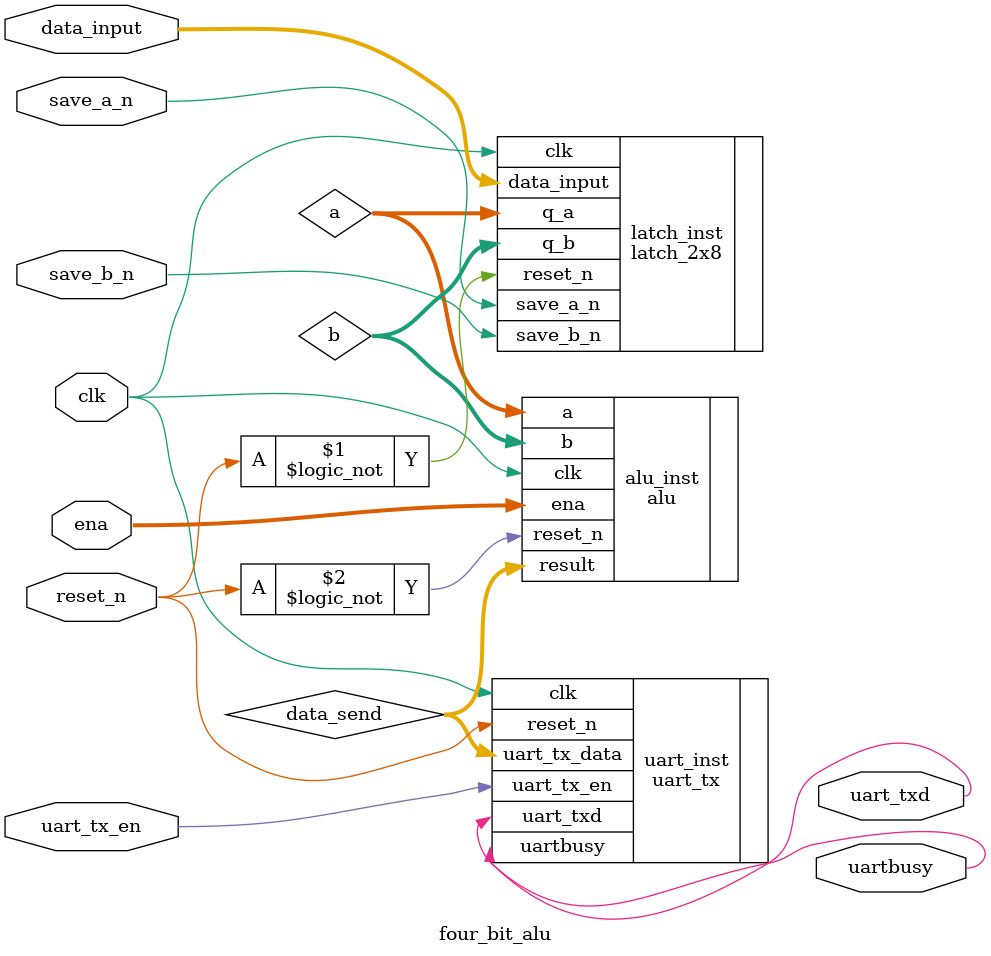
<source format=v>
`define default_netname none

module four_bit_alu (
input clk,
input reset_n,
input save_a_n,
input save_b_n,
input [3:0] ena,
input [3:0] data_input,
input uart_tx_en,
output  uartbusy,
output uart_txd
);

// Declaración de registros internos para los datos de entrada de latch
wire [3:0] a, b; 
wire [7:0] data_send;

// Instancia de latch
latch_2x8 latch_inst (
    .clk(clk),
    .reset_n(!reset_n),
    .save_a_n(save_a_n),
    .save_b_n(save_b_n),
    .data_input(data_input),
    .q_a(a), // Salida del latch para el primer operando
    .q_b(b)  // Salida del latch para el segundo operando
);

// Instancia de la ALU
alu alu_inst (
    .clk(clk),
    .reset_n(!reset_n),
    .ena(ena),
    .a(a),
    .b(b),
    .result(data_send));

// Instancia de UART
uart_tx uart_inst (
    .clk(clk),
    .reset_n(reset_n),
    .uart_tx_en(uart_tx_en), // Usando ena[0] para habilitar la transmisión UART
    .uart_tx_data(data_send), // Transmitir el resultado a través de UART
    .uart_txd(uart_txd), // Conectar a la línea de transmisión UART
    .uartbusy(uartbusy) // Indicador de ocupado de UART
);

endmodule

</source>
